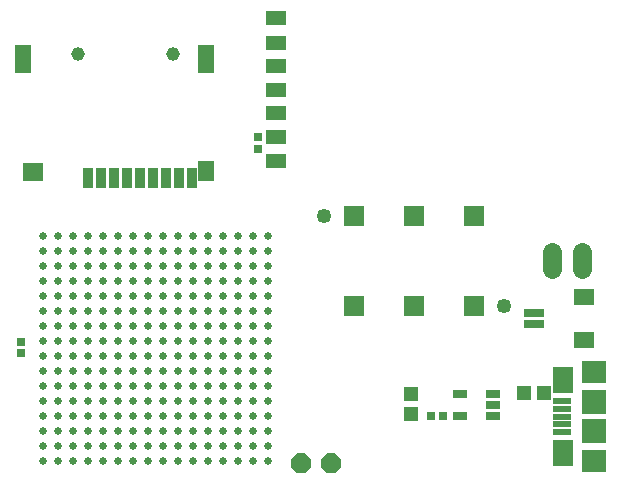
<source format=gbr>
G04 EAGLE Gerber RS-274X export*
G75*
%MOMM*%
%FSLAX34Y34*%
%LPD*%
%INSoldermask Top*%
%IPPOS*%
%AMOC8*
5,1,8,0,0,1.08239X$1,22.5*%
G01*
%ADD10C,0.652400*%
%ADD11R,1.662000X1.662000*%
%ADD12C,1.252400*%
%ADD13R,0.752400X0.652400*%
%ADD14R,0.852400X1.752400*%
%ADD15R,1.352400X1.752400*%
%ADD16R,1.352400X2.352400*%
%ADD17R,1.752400X1.552400*%
%ADD18C,1.152400*%
%ADD19R,1.652400X1.152400*%
%ADD20P,1.814519X8X202.500000*%
%ADD21R,1.252400X0.752400*%
%ADD22R,2.052400X1.952400*%
%ADD23R,2.052400X2.052400*%
%ADD24R,1.752400X2.252400*%
%ADD25R,1.502400X0.552400*%
%ADD26R,1.252400X1.152400*%
%ADD27R,1.152400X1.252400*%
%ADD28R,0.652400X0.752400*%
%ADD29C,1.574800*%
%ADD30R,1.752400X1.352400*%
%ADD31R,1.752400X0.752400*%


D10*
X26670Y12954D03*
X26670Y25654D03*
X26670Y38354D03*
X26670Y51054D03*
X26670Y63754D03*
X26670Y76454D03*
X26670Y89154D03*
X26670Y101854D03*
X26670Y114554D03*
X26670Y127254D03*
X26670Y139954D03*
X26670Y152654D03*
X26670Y165354D03*
X26670Y178054D03*
X26670Y190754D03*
X26670Y203454D03*
X39370Y12954D03*
X39370Y25654D03*
X39370Y38354D03*
X39370Y51054D03*
X39370Y63754D03*
X39370Y76454D03*
X39370Y89154D03*
X39370Y101854D03*
X39370Y114554D03*
X39370Y127254D03*
X39370Y139954D03*
X39370Y152654D03*
X39370Y165354D03*
X39370Y178054D03*
X39370Y190754D03*
X39370Y203454D03*
X52070Y12954D03*
X52070Y25654D03*
X52070Y38354D03*
X52070Y51054D03*
X52070Y63754D03*
X52070Y76454D03*
X52070Y89154D03*
X52070Y101854D03*
X52070Y114554D03*
X52070Y127254D03*
X52070Y139954D03*
X52070Y152654D03*
X52070Y165354D03*
X52070Y178054D03*
X52070Y190754D03*
X52070Y203454D03*
X64770Y12954D03*
X64770Y25654D03*
X64770Y38354D03*
X64770Y51054D03*
X64770Y63754D03*
X64770Y76454D03*
X64770Y89154D03*
X64770Y101854D03*
X64770Y114554D03*
X64770Y127254D03*
X64770Y139954D03*
X64770Y152654D03*
X64770Y165354D03*
X64770Y178054D03*
X64770Y190754D03*
X64770Y203454D03*
X77470Y12954D03*
X77470Y25654D03*
X77470Y38354D03*
X77470Y51054D03*
X77470Y63754D03*
X77470Y76454D03*
X77470Y89154D03*
X77470Y101854D03*
X77470Y114554D03*
X77470Y127254D03*
X77470Y139954D03*
X77470Y152654D03*
X77470Y165354D03*
X77470Y178054D03*
X77470Y190754D03*
X77470Y203454D03*
X90170Y12954D03*
X90170Y25654D03*
X90170Y38354D03*
X90170Y51054D03*
X90170Y63754D03*
X90170Y76454D03*
X90170Y89154D03*
X90170Y101854D03*
X90170Y114554D03*
X90170Y127254D03*
X90170Y139954D03*
X90170Y152654D03*
X90170Y165354D03*
X90170Y178054D03*
X90170Y190754D03*
X90170Y203454D03*
X102870Y12954D03*
X102870Y25654D03*
X102870Y38354D03*
X102870Y51054D03*
X102870Y63754D03*
X102870Y76454D03*
X102870Y89154D03*
X102870Y101854D03*
X102870Y114554D03*
X102870Y127254D03*
X102870Y139954D03*
X102870Y152654D03*
X102870Y165354D03*
X102870Y178054D03*
X102870Y190754D03*
X102870Y203454D03*
X115570Y12954D03*
X115570Y25654D03*
X115570Y38354D03*
X115570Y51054D03*
X115570Y63754D03*
X115570Y76454D03*
X115570Y89154D03*
X115570Y101854D03*
X115570Y114554D03*
X115570Y127254D03*
X115570Y139954D03*
X115570Y152654D03*
X115570Y165354D03*
X115570Y178054D03*
X115570Y190754D03*
X115570Y203454D03*
X128270Y12954D03*
X128270Y25654D03*
X128270Y38354D03*
X128270Y51054D03*
X128270Y63754D03*
X128270Y76454D03*
X128270Y89154D03*
X128270Y101854D03*
X128270Y114554D03*
X128270Y127254D03*
X128270Y139954D03*
X128270Y152654D03*
X128270Y165354D03*
X128270Y178054D03*
X128270Y190754D03*
X128270Y203454D03*
X140970Y12954D03*
X140970Y25654D03*
X140970Y38354D03*
X140970Y51054D03*
X140970Y63754D03*
X140970Y76454D03*
X140970Y89154D03*
X140970Y101854D03*
X140970Y114554D03*
X140970Y127254D03*
X140970Y139954D03*
X140970Y152654D03*
X140970Y165354D03*
X140970Y178054D03*
X140970Y190754D03*
X140970Y203454D03*
X153670Y12954D03*
X153670Y25654D03*
X153670Y38354D03*
X153670Y51054D03*
X153670Y63754D03*
X153670Y76454D03*
X153670Y89154D03*
X153670Y101854D03*
X153670Y114554D03*
X153670Y127254D03*
X153670Y139954D03*
X153670Y152654D03*
X153670Y165354D03*
X153670Y178054D03*
X153670Y190754D03*
X153670Y203454D03*
X166370Y12954D03*
X166370Y25654D03*
X166370Y38354D03*
X166370Y51054D03*
X166370Y63754D03*
X166370Y76454D03*
X166370Y89154D03*
X166370Y101854D03*
X166370Y114554D03*
X166370Y127254D03*
X166370Y139954D03*
X166370Y152654D03*
X166370Y165354D03*
X166370Y178054D03*
X166370Y190754D03*
X166370Y203454D03*
X179070Y12954D03*
X179070Y25654D03*
X179070Y38354D03*
X179070Y51054D03*
X179070Y63754D03*
X179070Y76454D03*
X179070Y89154D03*
X179070Y101854D03*
X179070Y114554D03*
X179070Y127254D03*
X179070Y139954D03*
X179070Y152654D03*
X179070Y165354D03*
X179070Y178054D03*
X179070Y190754D03*
X179070Y203454D03*
X191770Y12954D03*
X191770Y25654D03*
X191770Y38354D03*
X191770Y51054D03*
X191770Y63754D03*
X191770Y76454D03*
X191770Y89154D03*
X191770Y101854D03*
X191770Y114554D03*
X191770Y127254D03*
X191770Y139954D03*
X191770Y152654D03*
X191770Y165354D03*
X191770Y178054D03*
X191770Y190754D03*
X191770Y203454D03*
X204470Y12954D03*
X204470Y25654D03*
X204470Y38354D03*
X204470Y51054D03*
X204470Y63754D03*
X204470Y76454D03*
X204470Y89154D03*
X204470Y101854D03*
X204470Y114554D03*
X204470Y127254D03*
X204470Y139954D03*
X204470Y152654D03*
X204470Y165354D03*
X204470Y178054D03*
X204470Y190754D03*
X204470Y203454D03*
X217170Y12954D03*
X217170Y25654D03*
X217170Y38354D03*
X217170Y51054D03*
X217170Y63754D03*
X217170Y76454D03*
X217170Y89154D03*
X217170Y101854D03*
X217170Y114554D03*
X217170Y127254D03*
X217170Y139954D03*
X217170Y152654D03*
X217170Y165354D03*
X217170Y178054D03*
X217170Y190754D03*
X217170Y203454D03*
D11*
X289560Y144780D03*
X340360Y144780D03*
X340360Y220980D03*
X289560Y220980D03*
X391160Y144780D03*
X391160Y220980D03*
D12*
X416560Y144780D03*
X264160Y220980D03*
D13*
X7620Y104220D03*
X7620Y114220D03*
D14*
X64966Y252730D03*
X75966Y252730D03*
X86966Y252730D03*
X97966Y252730D03*
X108966Y252730D03*
X119966Y252730D03*
X130966Y252730D03*
X141966Y252730D03*
X152966Y252730D03*
D15*
X164566Y258730D03*
D16*
X164466Y353730D03*
X9466Y353730D03*
D17*
X18466Y257730D03*
D18*
X136466Y357730D03*
X56466Y357730D03*
D19*
X223560Y267460D03*
X223560Y287460D03*
X223560Y307460D03*
X223560Y327460D03*
X223560Y347460D03*
X223560Y367460D03*
X223560Y388460D03*
D13*
X208280Y277702D03*
X208280Y287702D03*
D20*
X270256Y11684D03*
X244856Y11684D03*
D21*
X407250Y51006D03*
X407250Y60506D03*
X407250Y70006D03*
X379250Y51006D03*
X379250Y70006D03*
D22*
X492760Y12800D03*
D23*
X492760Y38800D03*
X492760Y62800D03*
D22*
X492760Y88800D03*
D24*
X467260Y81800D03*
X467260Y19800D03*
D25*
X466010Y50800D03*
X466010Y44300D03*
X466010Y63800D03*
X466010Y57300D03*
X466010Y37800D03*
D26*
X337820Y69968D03*
X337820Y52968D03*
D27*
X433460Y71120D03*
X450460Y71120D03*
D28*
X355172Y51054D03*
X365172Y51054D03*
D29*
X457200Y175768D02*
X457200Y189992D01*
X482600Y189992D02*
X482600Y175768D01*
D30*
X484220Y115760D03*
X484220Y151760D03*
D31*
X442220Y128760D03*
X442220Y138760D03*
M02*

</source>
